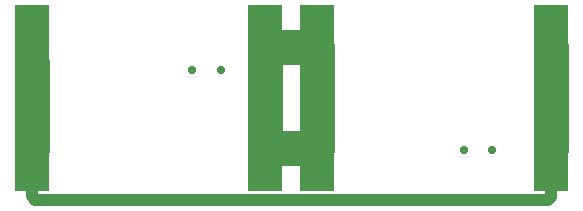
<source format=gtl>
G04*
G04 #@! TF.GenerationSoftware,Altium Limited,Altium Designer,19.1.5 (86)*
G04*
G04 Layer_Physical_Order=1*
G04 Layer_Color=255*
%FSLAX25Y25*%
%MOIN*%
G70*
G01*
G75*
%ADD11R,0.11811X0.28150*%
%ADD14C,0.11811*%
%ADD15C,0.03937*%
%ADD16C,0.01000*%
%ADD17C,0.02756*%
%ADD18C,0.02362*%
D11*
X88976Y20866D02*
D03*
X11024D02*
D03*
X106299D02*
D03*
X184252D02*
D03*
X88976Y54724D02*
D03*
X11024D02*
D03*
X106299D02*
D03*
X184252D02*
D03*
D14*
X105905Y21260D02*
X106299Y20866D01*
X88976Y54724D02*
X106299D01*
X88976Y21260D02*
X105905D01*
X11024Y31496D02*
Y44488D01*
X106299Y31496D02*
Y44882D01*
Y50000D01*
X11024Y44488D02*
Y49606D01*
Y26378D02*
Y31496D01*
X88976Y26378D02*
Y31496D01*
Y44882D01*
X106299Y50000D02*
Y54724D01*
Y25984D02*
Y31496D01*
Y21063D02*
Y25984D01*
Y20866D02*
Y21063D01*
X184252Y50394D02*
Y54724D01*
Y44882D02*
Y50394D01*
Y31496D02*
Y44882D01*
Y26378D02*
Y31496D01*
Y21260D02*
Y26378D01*
Y20866D02*
Y21260D01*
X11024D02*
Y26378D01*
Y20866D02*
Y21260D01*
X88976Y50000D02*
Y54724D01*
Y44882D02*
Y50000D01*
Y21260D02*
Y26378D01*
D15*
X12319Y3823D02*
X183236D01*
X184252Y4839D01*
Y11024D01*
X11024Y5118D02*
Y11417D01*
Y5118D02*
X12319Y3823D01*
D16*
X184252Y16142D02*
Y20866D01*
Y11024D02*
Y16142D01*
X11024D02*
Y20866D01*
Y11417D02*
Y16142D01*
D17*
X64567Y47244D02*
D03*
X74016D02*
D03*
X164567Y20472D02*
D03*
X155118D02*
D03*
D18*
X88976Y55118D02*
D03*
Y60236D02*
D03*
Y65354D02*
D03*
Y50000D02*
D03*
Y44882D02*
D03*
Y31496D02*
D03*
X106398Y65059D02*
D03*
X106299Y60236D02*
D03*
Y55512D02*
D03*
Y50000D02*
D03*
Y44882D02*
D03*
Y31496D02*
D03*
Y25984D02*
D03*
Y21063D02*
D03*
Y16142D02*
D03*
Y11024D02*
D03*
X184252Y65354D02*
D03*
Y60236D02*
D03*
Y50394D02*
D03*
Y55118D02*
D03*
Y44882D02*
D03*
Y31496D02*
D03*
Y26378D02*
D03*
Y21260D02*
D03*
Y16142D02*
D03*
Y11024D02*
D03*
X11024Y64961D02*
D03*
Y59842D02*
D03*
Y49606D02*
D03*
Y54724D02*
D03*
Y44488D02*
D03*
Y11417D02*
D03*
Y31496D02*
D03*
Y26378D02*
D03*
Y21260D02*
D03*
Y16142D02*
D03*
X88976Y11024D02*
D03*
Y16142D02*
D03*
Y21260D02*
D03*
Y26378D02*
D03*
M02*

</source>
